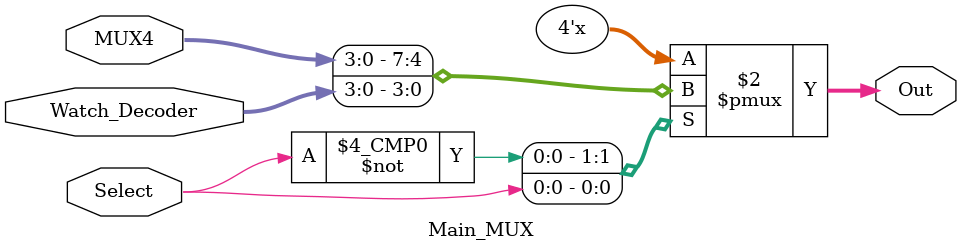
<source format=sv>
module Main_MUX (Watch_Decoder,MUX4,Select,Out); // this module is used to select either the stopwatch or the watch
input logic[7:0] Watch_Decoder,MUX4; 
input logic Select; // Select is the button that the user uses to select the watch
output logic [3:0] Out;

always_comb
case(Select)

0:Out=MUX4;
1:Out=Watch_Decoder;
endcase

endmodule

</source>
